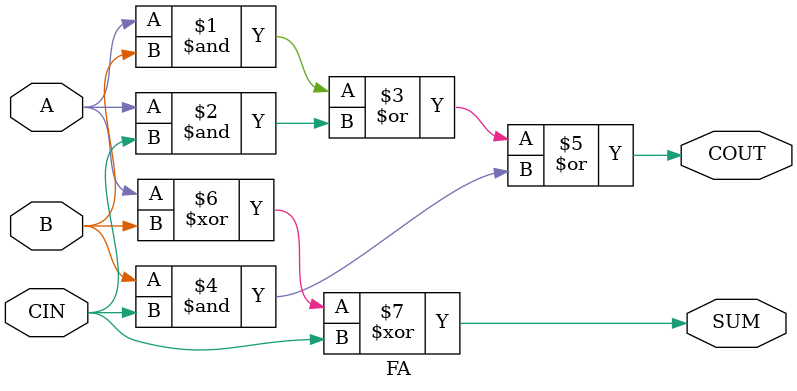
<source format=v>
module FA(A,B,COUT,CIN,SUM);

input A,B,CIN;
output COUT,SUM;

	assign COUT = 	(A&B|A&CIN|B&CIN);
	assign SUM 	= 	(A^B^CIN);
endmodule
</source>
